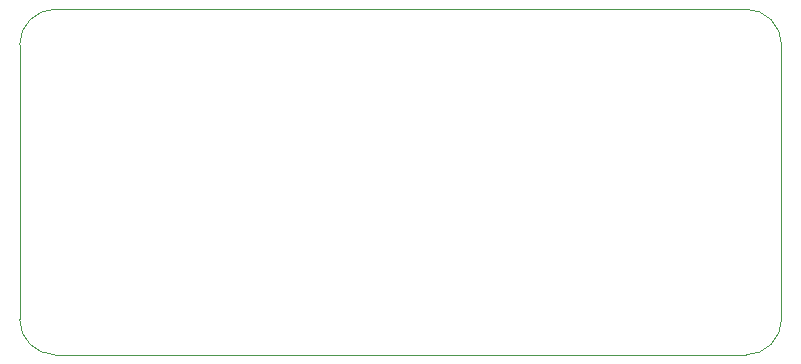
<source format=gbr>
G04 #@! TF.FileFunction,Profile,NP*
%FSLAX46Y46*%
G04 Gerber Fmt 4.6, Leading zero omitted, Abs format (unit mm)*
G04 Created by KiCad (PCBNEW 4.0.6) date Sunday, December 16, 2018 'PMt' 05:25:45 PM*
%MOMM*%
%LPD*%
G01*
G04 APERTURE LIST*
%ADD10C,0.100000*%
G04 APERTURE END LIST*
D10*
X78796356Y-64067611D02*
X78796356Y-87317611D01*
X78796356Y-64067611D02*
G75*
G02X81796356Y-61067611I3000000J0D01*
G01*
X140296356Y-61067611D02*
X81796356Y-61067611D01*
X140296356Y-61067611D02*
G75*
G02X143296356Y-64067611I0J-3000000D01*
G01*
X143296356Y-87317611D02*
X143296356Y-64067611D01*
X81796356Y-90317611D02*
G75*
G02X78796356Y-87317611I0J3000000D01*
G01*
X81796356Y-90317611D02*
X140296356Y-90317611D01*
X143296351Y-87322847D02*
G75*
G02X140296356Y-90317611I-2999995J5236D01*
G01*
M02*

</source>
